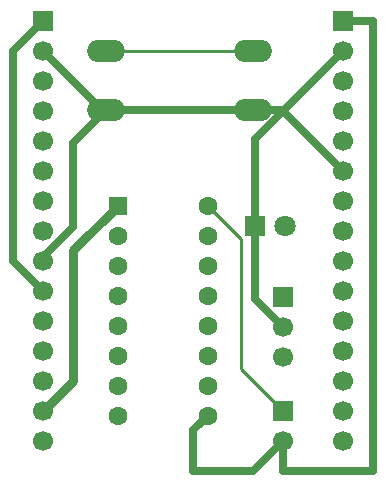
<source format=gbr>
%TF.GenerationSoftware,KiCad,Pcbnew,9.0.3*%
%TF.CreationDate,2025-08-23T20:31:56+05:30*%
%TF.ProjectId,Design1,44657369-676e-4312-9e6b-696361645f70,rev?*%
%TF.SameCoordinates,Original*%
%TF.FileFunction,Copper,L1,Top*%
%TF.FilePolarity,Positive*%
%FSLAX46Y46*%
G04 Gerber Fmt 4.6, Leading zero omitted, Abs format (unit mm)*
G04 Created by KiCad (PCBNEW 9.0.3) date 2025-08-23 20:31:56*
%MOMM*%
%LPD*%
G01*
G04 APERTURE LIST*
G04 Aperture macros list*
%AMRoundRect*
0 Rectangle with rounded corners*
0 $1 Rounding radius*
0 $2 $3 $4 $5 $6 $7 $8 $9 X,Y pos of 4 corners*
0 Add a 4 corners polygon primitive as box body*
4,1,4,$2,$3,$4,$5,$6,$7,$8,$9,$2,$3,0*
0 Add four circle primitives for the rounded corners*
1,1,$1+$1,$2,$3*
1,1,$1+$1,$4,$5*
1,1,$1+$1,$6,$7*
1,1,$1+$1,$8,$9*
0 Add four rect primitives between the rounded corners*
20,1,$1+$1,$2,$3,$4,$5,0*
20,1,$1+$1,$4,$5,$6,$7,0*
20,1,$1+$1,$6,$7,$8,$9,0*
20,1,$1+$1,$8,$9,$2,$3,0*%
G04 Aperture macros list end*
%TA.AperFunction,ComponentPad*%
%ADD10R,1.700000X1.700000*%
%TD*%
%TA.AperFunction,ComponentPad*%
%ADD11C,1.700000*%
%TD*%
%TA.AperFunction,ComponentPad*%
%ADD12O,3.200000X1.900000*%
%TD*%
%TA.AperFunction,ComponentPad*%
%ADD13C,1.600000*%
%TD*%
%TA.AperFunction,ComponentPad*%
%ADD14RoundRect,0.250000X-0.550000X-0.550000X0.550000X-0.550000X0.550000X0.550000X-0.550000X0.550000X0*%
%TD*%
%TA.AperFunction,ComponentPad*%
%ADD15C,1.800000*%
%TD*%
%TA.AperFunction,ComponentPad*%
%ADD16R,1.800000X1.800000*%
%TD*%
%TA.AperFunction,Conductor*%
%ADD17C,0.700000*%
%TD*%
%TA.AperFunction,Conductor*%
%ADD18C,0.800000*%
%TD*%
%TA.AperFunction,Conductor*%
%ADD19C,0.250000*%
%TD*%
G04 APERTURE END LIST*
D10*
%TO.P,J3,1,Pin_1*%
%TO.N,/3V3*%
X132080000Y-60960000D03*
D11*
%TO.P,J3,2,Pin_2*%
%TO.N,/GND*%
X132080000Y-63500000D03*
%TO.P,J3,3,Pin_3*%
%TO.N,/TX*%
X132080000Y-66040000D03*
%TO.P,J3,4,Pin_4*%
%TO.N,/RX*%
X132080000Y-68580000D03*
%TO.P,J3,5,Pin_5*%
%TO.N,/D8*%
X132080000Y-71120000D03*
%TO.P,J3,6,Pin_6*%
%TO.N,/D7*%
X132080000Y-73660000D03*
%TO.P,J3,7,Pin_7*%
%TO.N,/D6*%
X132080000Y-76200000D03*
%TO.P,J3,8,Pin_8*%
%TO.N,/D5*%
X132080000Y-78740000D03*
%TO.P,J3,9,Pin_9*%
%TO.N,/GND*%
X132080000Y-81280000D03*
%TO.P,J3,10,Pin_10*%
%TO.N,/3V3*%
X132080000Y-83820000D03*
%TO.P,J3,11,Pin_11*%
%TO.N,/D4*%
X132080000Y-86360000D03*
%TO.P,J3,12,Pin_12*%
%TO.N,/D3*%
X132080000Y-88900000D03*
%TO.P,J3,13,Pin_13*%
%TO.N,/D2*%
X132080000Y-91440000D03*
%TO.P,J3,14,Pin_14*%
%TO.N,/D1*%
X132080000Y-93980000D03*
%TO.P,J3,15,Pin_15*%
%TO.N,/D0*%
X132080000Y-96520000D03*
%TD*%
%TO.P,J4,15,Pin_15*%
%TO.N,/A0*%
X157480000Y-96520000D03*
%TO.P,J4,14,Pin_14*%
%TO.N,/RSV*%
X157480000Y-93980000D03*
%TO.P,J4,13,Pin_13*%
%TO.N,/RSU*%
X157480000Y-91440000D03*
%TO.P,J4,12,Pin_12*%
%TO.N,/SD3*%
X157480000Y-88900000D03*
%TO.P,J4,11,Pin_11*%
%TO.N,/SD2*%
X157480000Y-86360000D03*
%TO.P,J4,10,Pin_10*%
%TO.N,/SD1*%
X157480000Y-83820000D03*
%TO.P,J4,9,Pin_9*%
%TO.N,/CMD*%
X157480000Y-81280000D03*
%TO.P,J4,8,Pin_8*%
%TO.N,/SO0*%
X157480000Y-78740000D03*
%TO.P,J4,7,Pin_7*%
%TO.N,/CLK*%
X157480000Y-76200000D03*
%TO.P,J4,6,Pin_6*%
%TO.N,/GND*%
X157480000Y-73660000D03*
%TO.P,J4,5,Pin_5*%
%TO.N,/3V3*%
X157480000Y-71120000D03*
%TO.P,J4,4,Pin_4*%
%TO.N,/EN*%
X157480000Y-68580000D03*
%TO.P,J4,3,Pin_3*%
%TO.N,/RST*%
X157480000Y-66040000D03*
%TO.P,J4,2,Pin_2*%
%TO.N,/GND*%
X157480000Y-63500000D03*
D10*
%TO.P,J4,1,Pin_1*%
%TO.N,/VIN*%
X157480000Y-60960000D03*
%TD*%
D12*
%TO.P,SW1,2,2*%
%TO.N,/GND*%
X149860000Y-68500000D03*
X137360000Y-68500000D03*
%TO.P,SW1,1,1*%
%TO.N,/D2*%
X149860000Y-63500000D03*
X137360000Y-63500000D03*
%TD*%
D10*
%TO.P,J2,1,Pin_1*%
%TO.N,/3V3*%
X152400000Y-84310000D03*
D11*
%TO.P,J2,2,Pin_2*%
%TO.N,/GND*%
X152400000Y-86850000D03*
%TO.P,J2,3,Pin_3*%
%TO.N,/A0*%
X152400000Y-89390000D03*
%TD*%
D10*
%TO.P,J1,1,Pin_1*%
%TO.N,Net-(J1-Pin_1)*%
X152400000Y-93980000D03*
D11*
%TO.P,J1,2,Pin_2*%
%TO.N,/VIN*%
X152400000Y-96520000D03*
%TD*%
D13*
%TO.P,U2,16,O1*%
%TO.N,Net-(J1-Pin_1)*%
X145990000Y-76590000D03*
%TO.P,U2,15,O2*%
%TO.N,unconnected-(U2-O2-Pad15)*%
X145990000Y-79130000D03*
%TO.P,U2,14,O3*%
%TO.N,unconnected-(U2-O3-Pad14)*%
X145990000Y-81670000D03*
%TO.P,U2,13,O4*%
%TO.N,unconnected-(U2-O4-Pad13)*%
X145990000Y-84210000D03*
%TO.P,U2,12,O5*%
%TO.N,unconnected-(U2-O5-Pad12)*%
X145990000Y-86750000D03*
%TO.P,U2,11,O6*%
%TO.N,unconnected-(U2-O6-Pad11)*%
X145990000Y-89290000D03*
%TO.P,U2,10,O7*%
%TO.N,unconnected-(U2-O7-Pad10)*%
X145990000Y-91830000D03*
%TO.P,U2,9,COM*%
%TO.N,/VIN*%
X145990000Y-94370000D03*
%TO.P,U2,8,GND*%
%TO.N,/GND*%
X138370000Y-94370000D03*
%TO.P,U2,7,I7*%
%TO.N,unconnected-(U2-I7-Pad7)*%
X138370000Y-91830000D03*
%TO.P,U2,6,I6*%
%TO.N,unconnected-(U2-I6-Pad6)*%
X138370000Y-89290000D03*
%TO.P,U2,5,I5*%
%TO.N,unconnected-(U2-I5-Pad5)*%
X138370000Y-86750000D03*
%TO.P,U2,4,I4*%
%TO.N,unconnected-(U2-I4-Pad4)*%
X138370000Y-84210000D03*
%TO.P,U2,3,I3*%
%TO.N,unconnected-(U2-I3-Pad3)*%
X138370000Y-81670000D03*
%TO.P,U2,2,I2*%
%TO.N,unconnected-(U2-I2-Pad2)*%
X138370000Y-79130000D03*
D14*
%TO.P,U2,1,I1*%
%TO.N,/D1*%
X138370000Y-76590000D03*
%TD*%
D15*
%TO.P,D1,2,A*%
%TO.N,/D3*%
X152570000Y-78280000D03*
D16*
%TO.P,D1,1,K*%
%TO.N,/GND*%
X150030000Y-78280000D03*
%TD*%
D17*
%TO.N,/3V3*%
X129540000Y-63500000D02*
X129540000Y-81280000D01*
%TO.N,/VIN*%
X160020000Y-99060000D02*
X160020000Y-60960000D01*
X152400000Y-99060000D02*
X160020000Y-99060000D01*
X160020000Y-60960000D02*
X157480000Y-60960000D01*
X152400000Y-96520000D02*
X152400000Y-99060000D01*
%TO.N,/GND*%
X134620000Y-71240000D02*
X137360000Y-68500000D01*
X134620000Y-78418486D02*
X134620000Y-71240000D01*
X132080000Y-80958486D02*
X134620000Y-78418486D01*
%TO.N,/3V3*%
X132080000Y-60960000D02*
X129540000Y-63500000D01*
X129540000Y-81280000D02*
X132080000Y-83820000D01*
D18*
%TO.N,/D1*%
X134620000Y-91440000D02*
X134620000Y-80340000D01*
D17*
%TO.N,/GND*%
X137080000Y-68500000D02*
X132080000Y-63500000D01*
X149860000Y-68500000D02*
X137080000Y-68500000D01*
D19*
%TO.N,Net-(J1-Pin_1)*%
X148804000Y-90384000D02*
X152400000Y-93980000D01*
X145990000Y-76590000D02*
X148804000Y-79404000D01*
X148804000Y-79404000D02*
X148804000Y-90384000D01*
D17*
%TO.N,/GND*%
X150030000Y-84480000D02*
X152400000Y-86850000D01*
X150030000Y-78280000D02*
X150030000Y-84480000D01*
X152320000Y-68500000D02*
X157480000Y-73660000D01*
X149860000Y-68500000D02*
X152320000Y-68500000D01*
X150030000Y-70950000D02*
X150030000Y-78280000D01*
X157480000Y-63500000D02*
X150030000Y-70950000D01*
X149860000Y-68500000D02*
X137360000Y-68500000D01*
D19*
%TO.N,/D2*%
X137360000Y-63500000D02*
X149860000Y-63500000D01*
%TO.N,/GND*%
X137080000Y-68500000D02*
X137360000Y-68500000D01*
X132080000Y-81280000D02*
X132080000Y-80958486D01*
D18*
%TO.N,/D1*%
X132080000Y-93980000D02*
X134620000Y-91440000D01*
X134620000Y-80340000D02*
X138370000Y-76590000D01*
D17*
%TO.N,/VIN*%
X152400000Y-96520000D02*
X149860000Y-99060000D01*
X144780000Y-99060000D02*
X144780000Y-95580000D01*
X144780000Y-95580000D02*
X145990000Y-94370000D01*
X149860000Y-99060000D02*
X144780000Y-99060000D01*
%TD*%
M02*

</source>
